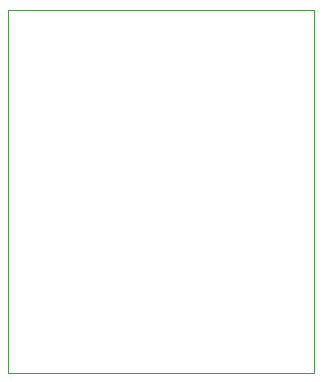
<source format=gbr>
%TF.GenerationSoftware,KiCad,Pcbnew,(5.1.9)-1*%
%TF.CreationDate,2021-01-02T03:16:18-08:00*%
%TF.ProjectId,xiao-isp-programmer,7869616f-2d69-4737-902d-70726f677261,rev?*%
%TF.SameCoordinates,Original*%
%TF.FileFunction,Profile,NP*%
%FSLAX46Y46*%
G04 Gerber Fmt 4.6, Leading zero omitted, Abs format (unit mm)*
G04 Created by KiCad (PCBNEW (5.1.9)-1) date 2021-01-02 03:16:18*
%MOMM*%
%LPD*%
G01*
G04 APERTURE LIST*
%TA.AperFunction,Profile*%
%ADD10C,0.050000*%
%TD*%
G04 APERTURE END LIST*
D10*
X44196000Y-175768000D02*
X70104000Y-175768000D01*
X44196000Y-145034000D02*
X44196000Y-175768000D01*
X70104000Y-145034000D02*
X44196000Y-145034000D01*
X70104000Y-175768000D02*
X70104000Y-145034000D01*
M02*

</source>
